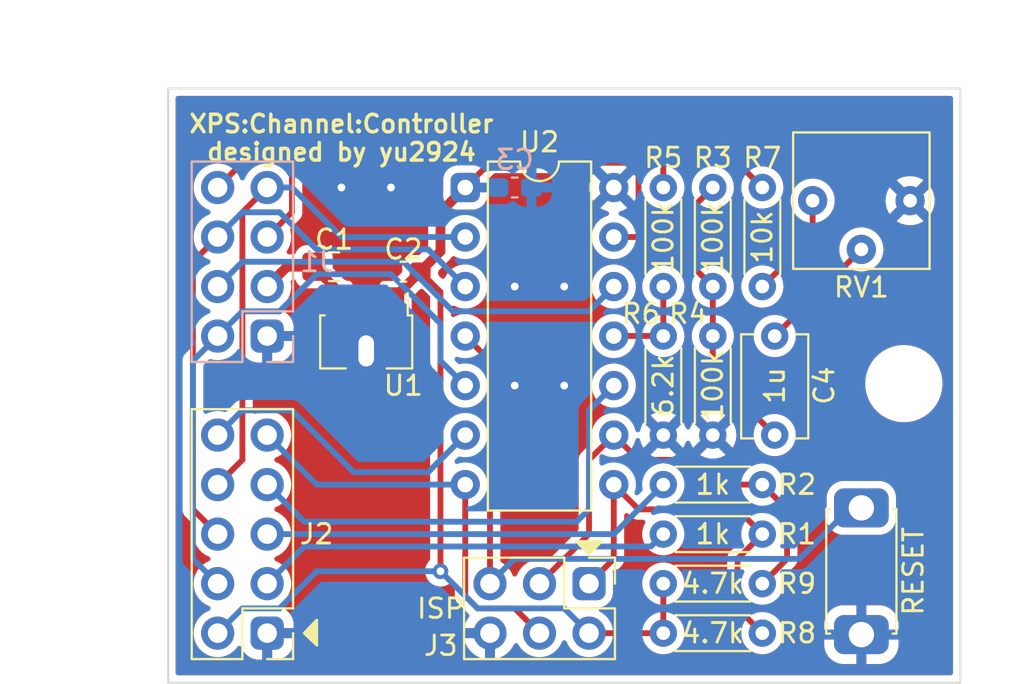
<source format=kicad_pcb>
(kicad_pcb (version 20211014) (generator pcbnew)
  (title_block (title "XPS:Channel:Controller") (company "yu2924"))
  (layers (0 "F.Cu" signal) (31 "B.Cu" signal) (34 "B.Paste" user) (35 "F.Paste" user) (36 "B.SilkS" user "B.Silkscreen") (37 "F.SilkS" user "F.Silkscreen") (38 "B.Mask" user) (39 "F.Mask" user) (44 "Edge.Cuts" user))
  (net 0 "")
  (net 1 "V11")
  (net 2 "GND")
  (net 3 "+3V3")
  (net 4 "Net-(C4-Pad1)")
  (net 5 "Net-(C4-Pad2)")
  (net 6 "~{XPM}")
  (net 7 "XPC")
  (net 8 "V22")
  (net 9 "HVC")
  (net 10 "TGC")
  (net 11 "ALM")
  (net 12 "NLD")
  (net 13 "PLD")
  (net 14 "~{HVS}")
  (net 15 "~{XPS}")
  (net 16 "~{TGS}")
  (net 17 "Net-(J3-Pad1)")
  (net 18 "Net-(J3-Pad3)")
  (net 19 "Net-(J3-Pad5)")
  (net 20 "Net-(R5-Pad2)")
  (net 21 "Net-(R7-Pad2)")
  (footprint "Local:R-THT-Axial-Horz-P5.08mm" (layer "F.Cu") (at 55.4 37.62 -90)
    (fp_text reference "R5" (at -4.064 0) (layer "F.SilkS"))
    (fp_text value "100k" (at 0 0 -90) (layer "F.SilkS"))
    (fp_line (start -1.92 0.92) (end 1.92 0.92) (layer "F.SilkS") (width 0.12))
    (fp_line (start -1.92 -0.92) (end 1.92 -0.92) (layer "F.SilkS") (width 0.12))
    (pad "1" thru_hole circle (at -2.54 0 270) (size 1.4 1.4) (drill 0.7) (layers *.Cu *.Mask) (net 8 "V22"))
    (pad "2" thru_hole circle (at 2.54 0 270) (size 1.4 1.4) (drill 0.7) (layers *.Cu *.Mask) (net 20 "Net-(R5-Pad2)"))
  )
  (footprint "Local:R-THT-Axial-Horz-P5.08mm" (layer "F.Cu") (at 57.94 37.62 -90)
    (fp_text reference "R3" (at -4.064 0) (layer "F.SilkS"))
    (fp_text value "100k" (at 0 0 -90) (layer "F.SilkS"))
    (fp_line (start -1.92 0.92) (end 1.92 0.92) (layer "F.SilkS") (width 0.12))
    (fp_line (start -1.92 -0.92) (end 1.92 -0.92) (layer "F.SilkS") (width 0.12))
    (pad "1" thru_hole circle (at -2.54 0 270) (size 1.4 1.4) (drill 0.7) (layers *.Cu *.Mask) (net 3 "+3V3"))
    (pad "2" thru_hole circle (at 2.54 0 270) (size 1.4 1.4) (drill 0.7) (layers *.Cu *.Mask) (net 4 "Net-(C4-Pad1)"))
  )
  (footprint "Local:R-THT-Axial-Horz-P5.08mm" (layer "F.Cu") (at 55.4 45.24 -90)
    (fp_text reference "R6" (at -3.683 1.143) (layer "F.SilkS"))
    (fp_text value "6.2k" (at 0 0 -90) (layer "F.SilkS"))
    (fp_line (start -1.92 -0.92) (end 1.92 -0.92) (layer "F.SilkS") (width 0.12))
    (fp_line (start -1.92 0.92) (end 1.92 0.92) (layer "F.SilkS") (width 0.12))
    (pad "1" thru_hole circle (at -2.54 0 270) (size 1.4 1.4) (drill 0.7) (layers *.Cu *.Mask) (net 20 "Net-(R5-Pad2)"))
    (pad "2" thru_hole circle (at 2.54 0 270) (size 1.4 1.4) (drill 0.7) (layers *.Cu *.Mask) (net 2 "GND"))
  )
  (footprint "Local:R-THT-Axial-Horz-P5.08mm" (layer "F.Cu") (at 60.48 37.62 -90)
    (fp_text reference "R7" (at -4.064 0 180) (layer "F.SilkS"))
    (fp_text value "10k" (at 0 0 90) (layer "F.SilkS"))
    (fp_line (start -1.92 -0.92) (end 1.92 -0.92) (layer "F.SilkS") (width 0.12))
    (fp_line (start -1.92 0.92) (end 1.92 0.92) (layer "F.SilkS") (width 0.12))
    (pad "1" thru_hole circle (at -2.54 0 270) (size 1.4 1.4) (drill 0.7) (layers *.Cu *.Mask) (net 11 "ALM"))
    (pad "2" thru_hole circle (at 2.54 0 270) (size 1.4 1.4) (drill 0.7) (layers *.Cu *.Mask) (net 21 "Net-(R7-Pad2)"))
  )
  (footprint "Local:R-THT-Axial-Horz-P5.08mm" (layer "F.Cu") (at 57.94 52.86 180)
    (fp_text reference "R1" (at -4.318 0 180) (layer "F.SilkS"))
    (fp_text value "1k" (at 0 0 180) (layer "F.SilkS"))
    (fp_line (start -1.92 0.92) (end 1.92 0.92) (layer "F.SilkS") (width 0.12))
    (fp_line (start -1.92 -0.92) (end 1.92 -0.92) (layer "F.SilkS") (width 0.12))
    (pad "1" thru_hole circle (at -2.54 0 180) (size 1.4 1.4) (drill 0.7) (layers *.Cu *.Mask) (net 17 "Net-(J3-Pad1)"))
    (pad "2" thru_hole circle (at 2.54 0 180) (size 1.4 1.4) (drill 0.7) (layers *.Cu *.Mask) (net 14 "~{HVS}"))
  )
  (footprint "Capacitor_SMD:C_0805_2012Metric_Pad1.18x1.45mm_HandSolder" (layer "F.Cu") (at 38.509 39.144)
    (fp_text reference "C1" (at 0 -1.397) (layer "F.SilkS"))
    (fp_text value "330n")
    (fp_line (start -0.261252 -0.735) (end 0.261252 -0.735) (layer "F.SilkS") (width 0.12))
    (fp_line (start -0.261252 0.735) (end 0.261252 0.735) (layer "F.SilkS") (width 0.12))
    (pad "1" smd roundrect locked (at -1.0375 0) (size 1.175 1.45) (layers "F.Cu" "F.Paste" "F.Mask") (roundrect_rratio 0.2127659574) (net 1 "V11"))
    (pad "2" smd roundrect locked (at 1.0375 0) (size 1.175 1.45) (layers "F.Cu" "F.Paste" "F.Mask") (roundrect_rratio 0.2127659574) (net 2 "GND"))
  )
  (footprint "MountingHole:MountingHole_3.2mm_M3" (layer "F.Cu") (at 67.74 45.14)
    (fp_text reference "REF**" hide)
    (fp_text value "MountingHole_3.2mm_M3" hide)
    (pad "" np_thru_hole circle (at 0 0) (size 3.2 3.2) (drill 3.2) (layers *.Cu *.Mask))
  )
  (footprint "Local:R-THT-Axial-Horz-P5.08mm" (layer "F.Cu") (at 57.94 57.94)
    (fp_text reference "R8" (at 4.318 0) (layer "F.SilkS"))
    (fp_text value "4.7k" (at 0 0) (layer "F.SilkS"))
    (fp_line (start -1.92 -0.92) (end 1.92 -0.92) (layer "F.SilkS") (width 0.12))
    (fp_line (start -1.92 0.92) (end 1.92 0.92) (layer "F.SilkS") (width 0.12))
    (pad "1" thru_hole circle (at -2.54 0) (size 1.4 1.4) (drill 0.7) (layers *.Cu *.Mask) (net 3 "+3V3"))
    (pad "2" thru_hole circle (at 2.54 0) (size 1.4 1.4) (drill 0.7) (layers *.Cu *.Mask) (net 17 "Net-(J3-Pad1)"))
  )
  (footprint "Capacitor_SMD:C_0603_1608Metric_Pad1.08x0.95mm_HandSolder" (layer "F.Cu") (at 42.065 39.398 180)
    (fp_text reference "C2" (at 0 1.143) (layer "F.SilkS"))
    (fp_text value "100n")
    (fp_line (start -0.146267 0.51) (end 0.146267 0.51) (layer "F.SilkS") (width 0.12))
    (fp_line (start -0.146267 -0.51) (end 0.146267 -0.51) (layer "F.SilkS") (width 0.12))
    (pad "1" smd roundrect locked (at -0.8625 0 180) (size 1.075 0.95) (layers "F.Cu" "F.Paste" "F.Mask") (net 3 "+3V3"))
    (pad "2" smd roundrect locked (at 0.8625 0 180) (size 1.075 0.95) (layers "F.Cu" "F.Paste" "F.Mask") (net 2 "GND"))
  )
  (footprint "Local:PinHeader-2x05-P2.54mm-Vertical" (layer "F.Cu") (at 35.08 57.94 180)
    (fp_text reference "J2" (at -2.535 5.08 180) (layer "F.SilkS"))
    (fp_text value "CTRL-CPL")
    (fp_line (start 1.27 -1.33) (end 3.87 -1.33) (layer "F.SilkS") (width 0.12))
    (fp_line (start -1.33 11.49) (end 3.87 11.49) (layer "F.SilkS") (width 0.12))
    (fp_line (start -1.33 -1.33) (end 0 -1.33) (layer "F.SilkS") (width 0.12))
    (fp_line (start -1.33 1.27) (end -1.33 11.49) (layer "F.SilkS") (width 0.12))
    (fp_line (start -1.33 1.27) (end 1.27 1.27) (layer "F.SilkS") (width 0.12))
    (fp_line (start 1.27 1.27) (end 1.27 -1.33) (layer "F.SilkS") (width 0.12))
    (fp_line (start 3.87 -1.33) (end 3.87 11.49) (layer "F.SilkS") (width 0.12))
    (fp_line (start -1.33 0) (end -1.33 -1.33) (layer "F.SilkS") (width 0.12))
    (pad "1" thru_hole roundrect (at 0 0 180) (size 1.7 1.7) (drill 1) (layers *.Cu *.Mask) (net 2 "GND"))
    (pad "2" thru_hole oval (at 2.54 0 180) (size 1.7 1.7) (drill 1) (layers *.Cu *.Mask) (net 3 "+3V3"))
    (pad "3" thru_hole oval (at 0 2.54 180) (size 1.7 1.7) (drill 1) (layers *.Cu *.Mask) (net 14 "~{HVS}"))
    (pad "4" thru_hole oval (at 2.54 2.54 180) (size 1.7 1.7) (drill 1) (layers *.Cu *.Mask) (net 9 "HVC"))
    (pad "5" thru_hole oval (at 0 5.08 180) (size 1.7 1.7) (drill 1) (layers *.Cu *.Mask) (net 15 "~{XPS}"))
    (pad "6" thru_hole oval (at 2.54 5.08 180) (size 1.7 1.7) (drill 1) (layers *.Cu *.Mask) (net 7 "XPC"))
    (pad "7" thru_hole oval (at 0 7.62 180) (size 1.7 1.7) (drill 1) (layers *.Cu *.Mask) (net 16 "~{TGS}"))
    (pad "8" thru_hole oval (at 2.54 7.62 180) (size 1.7 1.7) (drill 1) (layers *.Cu *.Mask) (net 10 "TGC"))
    (pad "9" thru_hole oval (at 0 10.16 180) (size 1.7 1.7) (drill 1) (layers *.Cu *.Mask) (net 12 "NLD"))
    (pad "10" thru_hole oval (at 2.54 10.16 180) (size 1.7 1.7) (drill 1) (layers *.Cu *.Mask) (net 13 "PLD"))
  )
  (footprint "Local:SW-Tactile-2P" (layer "F.Cu") (at 65.56 54.765 90)
    (fp_text reference "SW1" hide)
    (fp_text value "RESET" (at 0 2.667 90 unlocked) (layer "F.SilkS"))
    (fp_line (start -3.2 -1.8) (end 3.2 -1.8) (layer "F.SilkS") (width 0.12))
    (fp_line (start -3.2 -1.6) (end -3.2 -1.8) (layer "F.SilkS") (width 0.12))
    (fp_line (start -3.2 1.8) (end 3.2 1.8) (layer "F.SilkS") (width 0.12))
    (fp_line (start 3.2 1.8) (end 3.2 1.6) (layer "F.SilkS") (width 0.12))
    (fp_line (start 3.2 -1.8) (end 3.2 -1.6) (layer "F.SilkS") (width 0.12))
    (fp_line (start -3.2 1.6) (end -3.2 1.8) (layer "F.SilkS") (width 0.12))
    (pad "1" thru_hole roundrect (at -3.25 0 90) (size 2 2.8) (drill 1.3) (layers *.Cu *.Mask) (net 2 "GND"))
    (pad "2" thru_hole roundrect (at 3.25 0 90) (size 2 2.8) (drill 1.3) (layers *.Cu *.Mask) (net 19 "Net-(J3-Pad5)"))
  )
  (footprint "Local:C-THT-Disk-P5.08mm-Large" (layer "F.Cu") (at 61.115 45.24 90)
    (fp_text reference "C4" (at 0 2.54 90) (layer "F.SilkS"))
    (fp_text value "1u" (at 0 0 90) (layer "F.SilkS"))
    (fp_line (start -2.71 -1.721) (end -2.71 -1.055) (layer "F.SilkS") (width 0.12))
    (fp_line (start -2.71 -1.721) (end 2.63 -1.721) (layer "F.SilkS") (width 0.12))
    (fp_line (start -2.71 1.055) (end -2.71 1.721) (layer "F.SilkS") (width 0.12))
    (fp_line (start 2.63 -1.721) (end 2.63 -1.055) (layer "F.SilkS") (width 0.12))
    (fp_line (start -2.71 1.721) (end 2.63 1.721) (layer "F.SilkS") (width 0.12))
    (fp_line (start 2.63 1.055) (end 2.63 1.721) (layer "F.SilkS") (width 0.12))
    (pad "1" thru_hole circle (at -2.54 0 90) (size 1.4 1.4) (drill 0.7) (layers *.Cu *.Mask) (net 4 "Net-(C4-Pad1)"))
    (pad "2" thru_hole circle (at 2.54 0 90) (size 1.4 1.4) (drill 0.7) (layers *.Cu *.Mask) (net 5 "Net-(C4-Pad2)"))
  )
  (footprint "Local:TOCOS-GF063P1" (layer "F.Cu") (at 65.56 35.755 180)
    (fp_text reference "RV1" (at 0 -4.445 unlocked) (layer "F.SilkS"))
    (fp_text value "10k")
    (fp_rect (start -3.5 -3.5) (end 3.5 3.5) (layer "F.SilkS") (width 0.12) (fill none))
    (pad "1" thru_hole circle (at -2.5 0 180) (size 1.5 1.5) (drill 0.7) (layers *.Cu *.Mask) (net 2 "GND"))
    (pad "2" thru_hole circle (at 0 -2.5 180) (size 1.5 1.5) (drill 0.7) (layers *.Cu *.Mask) (net 5 "Net-(C4-Pad2)"))
    (pad "3" thru_hole circle (at 2.5 0 270) (size 1.5 1.5) (drill 0.7) (layers *.Cu *.Mask) (net 21 "Net-(R7-Pad2)"))
  )
  (footprint "Local:R-THT-Axial-Horz-P5.08mm" (layer "F.Cu") (at 57.94 55.4)
    (fp_text reference "R9" (at 4.318 0) (layer "F.SilkS"))
    (fp_text value "4.7k" (at 0 0) (layer "F.SilkS"))
    (fp_line (start -1.92 0.92) (end 1.92 0.92) (layer "F.SilkS") (width 0.12))
    (fp_line (start -1.92 -0.92) (end 1.92 -0.92) (layer "F.SilkS") (width 0.12))
    (pad "1" thru_hole circle (at -2.54 0) (size 1.4 1.4) (drill 0.7) (layers *.Cu *.Mask) (net 3 "+3V3"))
    (pad "2" thru_hole circle (at 2.54 0) (size 1.4 1.4) (drill 0.7) (layers *.Cu *.Mask) (net 18 "Net-(J3-Pad3)"))
  )
  (footprint "Local:ThermalViaPad-SOT-89" (layer "F.Cu") (at 40.16 43.462 90)
    (fp_text reference "TVP" hide)
    (fp_text value "ThermalViaPad-SOT-89" hide)
    (pad "1" smd rect (at 0 0 90) (size 3.2 1.7) (layers "F.Cu" "F.Paste" "F.Mask") (net 2 "GND"))
    (pad "1" thru_hole oval (at 0 0 90) (size 2 1.2) (drill oval 1.6 0.8) (layers *.Cu *.Mask) (net 2 "GND"))
    (pad "1" smd rect (at 0 0 90) (size 3.2 1.7) (layers "B.Cu" "B.Paste" "B.Mask") (net 2 "GND"))
  )
  (footprint "Local:R-THT-Axial-Horz-P5.08mm" (layer "F.Cu") (at 57.94 50.32 180)
    (fp_text reference "R2" (at -4.318 0 180) (layer "F.SilkS"))
    (fp_text value "1k" (at 0 0 180) (layer "F.SilkS"))
    (fp_line (start -1.92 0.92) (end 1.92 0.92) (layer "F.SilkS") (width 0.12))
    (fp_line (start -1.92 -0.92) (end 1.92 -0.92) (layer "F.SilkS") (width 0.12))
    (pad "1" thru_hole circle (at -2.54 0 180) (size 1.4 1.4) (drill 0.7) (layers *.Cu *.Mask) (net 18 "Net-(J3-Pad3)"))
    (pad "2" thru_hole circle (at 2.54 0 180) (size 1.4 1.4) (drill 0.7) (layers *.Cu *.Mask) (net 15 "~{XPS}"))
  )
  (footprint "Local:PinHeader-2x03-P2.54mm-Vertical" (layer "F.Cu") (at 51.59 55.4 -90)
    (fp_text reference "J3" (at 3.18 7.605) (layer "F.SilkS"))
    (fp_text value "ISP" (at 1.275 7.605) (layer "F.SilkS"))
    (fp_line (start -1.33 1.27) (end 1.27 1.27) (layer "F.SilkS") (width 0.12))
    (fp_line (start -1.33 0) (end -1.33 -1.33) (layer "F.SilkS") (width 0.12))
    (fp_line (start -1.33 6.41) (end 3.87 6.41) (layer "F.SilkS") (width 0.12))
    (fp_line (start 3.87 -1.33) (end 3.87 6.41) (layer "F.SilkS") (width 0.12))
    (fp_line (start -1.33 1.27) (end -1.33 6.41) (layer "F.SilkS") (width 0.12))
    (fp_line (start 1.27 -1.33) (end 3.87 -1.33) (layer "F.SilkS") (width 0.12))
    (fp_line (start 1.27 1.27) (end 1.27 -1.33) (layer "F.SilkS") (width 0.12))
    (fp_line (start -1.33 -1.33) (end 0 -1.33) (layer "F.SilkS") (width 0.12))
    (pad "1" thru_hole roundrect (at 0 0 270) (size 1.7 1.7) (drill 1) (layers *.Cu *.Mask) (net 17 "Net-(J3-Pad1)"))
    (pad "2" thru_hole oval (at 2.54 0 270) (size 1.7 1.7) (drill 1) (layers *.Cu *.Mask) (net 3 "+3V3"))
    (pad "3" thru_hole oval (at 0 2.54 270) (size 1.7 1.7) (drill 1) (layers *.Cu *.Mask) (net 18 "Net-(J3-Pad3)"))
    (pad "4" thru_hole oval (at 2.54 2.54 270) (size 1.7 1.7) (drill 1) (layers *.Cu *.Mask) (net 12 "NLD"))
    (pad "5" thru_hole oval (at 0 5.08 270) (size 1.7 1.7) (drill 1) (layers *.Cu *.Mask) (net 19 "Net-(J3-Pad5)"))
    (pad "6" thru_hole oval (at 2.54 5.08 270) (size 1.7 1.7) (drill 1) (layers *.Cu *.Mask) (net 2 "GND"))
  )
  (footprint "Local:DIP-14-W7.62mm" (layer "F.Cu") (at 49.05 42.7)
    (fp_text reference "U2" (at 0 -9.95) (layer "F.SilkS"))
    (fp_text value "ATTINY44A-PU")
    (fp_line (start -1 -8.95) (end -2.65 -8.95) (layer "F.SilkS") (width 0.12))
    (fp_line (start 2.65 8.95) (end 2.65 -8.95) (layer "F.SilkS") (width 0.12))
    (fp_line (start 2.65 -8.95) (end 1 -8.95) (layer "F.SilkS") (width 0.12))
    (fp_line (start -2.65 8.95) (end 2.65 8.95) (layer "F.SilkS") (width 0.12))
    (fp_line (start -2.65 -8.95) (end -2.65 8.95) (layer "F.SilkS") (width 0.12))
    (fp_arc (start 1 -8.95) (mid 0 -7.95) (end -1 -8.95) (layer "F.SilkS") (width 0.12))
    (pad "1" thru_hole roundrect (at -3.81 -7.62) (size 1.5 1.5) (drill 0.8) (layers *.Cu *.Mask) (net 3 "+3V3"))
    (pad "2" thru_hole circle (at -3.81 -5.08) (size 1.5 1.5) (drill 0.8) (layers *.Cu *.Mask) (net 10 "TGC"))
    (pad "3" thru_hole circle (at -3.81 -2.54) (size 1.5 1.5) (drill 0.8) (layers *.Cu *.Mask) (net 7 "XPC"))
    (pad "4" thru_hole circle (at -3.81 0) (size 1.5 1.5) (drill 0.8) (layers *.Cu *.Mask) (net 19 "Net-(J3-Pad5)"))
    (pad "5" thru_hole circle (at -3.81 2.54) (size 1.5 1.5) (drill 0.8) (layers *.Cu *.Mask) (net 9 "HVC"))
    (pad "6" thru_hole circle (at -3.81 5.08) (size 1.5 1.5) (drill 0.8) (layers *.Cu *.Mask) (net 13 "PLD"))
    (pad "7" thru_hole circle (at -3.81 7.62) (size 1.5 1.5) (drill 0.8) (layers *.Cu *.Mask) (net 12 "NLD"))
    (pad "8" thru_hole circle (at 3.81 7.62) (size 1.5 1.5) (drill 0.8) (layers *.Cu *.Mask) (net 17 "Net-(J3-Pad1)"))
    (pad "9" thru_hole circle (at 3.81 5.08) (size 1.5 1.5) (drill 0.8) (layers *.Cu *.Mask) (net 18 "Net-(J3-Pad3)"))
    (pad "10" thru_hole circle (at 3.81 2.54) (size 1.5 1.5) (drill 0.8) (layers *.Cu *.Mask) (net 16 "~{TGS}"))
    (pad "11" thru_hole circle (at 3.81 0) (size 1.5 1.5) (drill 0.8) (layers *.Cu *.Mask) (net 20 "Net-(R5-Pad2)"))
    (pad "12" thru_hole circle (at 3.81 -2.54) (size 1.5 1.5) (drill 0.8) (layers *.Cu *.Mask) (net 6 "~{XPM}"))
    (pad "13" thru_hole circle (at 3.81 -5.08) (size 1.5 1.5) (drill 0.8) (layers *.Cu *.Mask) (net 4 "Net-(C4-Pad1)"))
    (pad "14" thru_hole circle (at 3.81 -7.62) (size 1.5 1.5) (drill 0.8) (layers *.Cu *.Mask) (net 2 "GND"))
  )
  (footprint "Local:SOT-89-3" (layer "F.Cu") (at 40.16 42.7 -90)
    (fp_text reference "U1" (at 2.54 -1.905) (layer "F.SilkS"))
    (fp_text value "L78L33_SOT89")
    (fp_line (start -1.06 2.36) (end -1.06 2.13) (layer "F.SilkS") (width 0.12))
    (fp_line (start -1.06 -2.36) (end -1.06 -2.13) (layer "F.SilkS") (width 0.12))
    (fp_line (start 1.66 1.05) (end 1.66 2.36) (layer "F.SilkS") (width 0.12))
    (fp_line (start 1.66 -2.36) (end 1.66 -1.05) (layer "F.SilkS") (width 0.12))
    (fp_line (start -1.06 -2.36) (end 1.66 -2.36) (layer "F.SilkS") (width 0.12))
    (fp_line (start -2.2 -2.13) (end -1.06 -2.13) (layer "F.SilkS") (width 0.12))
    (fp_line (start 1.66 2.36) (end -1.06 2.36) (layer "F.SilkS") (width 0.12))
    (pad "1" smd rect (at -1.75 -1.5 270) (size 1.5 0.9) (layers "F.Cu" "F.Paste" "F.Mask") (net 3 "+3V3"))
    (pad "2" smd custom (at -1.5625 0 270) (size 1.8 0.9) (layers "F.Cu" "F.Paste" "F.Mask") (net 2 "GND") (options (clearance outline) (anchor rect)) (primitives (gr_poly (pts (xy 4 0.8665) (xy 0.7375 0.8665) (xy 0.7375 -0.8665) (xy 4 -0.8665)) (width 0) (fill yes))))
    (pad "3" smd rect (at -1.75 1.5 270) (size 1.5 0.9) (layers "F.Cu" "F.Paste" "F.Mask") (net 1 "V11"))
  )
  (footprint "Local:R-THT-Axial-Horz-P5.08mm" (layer "F.Cu") (at 57.94 45.24 -90)
    (fp_text reference "R4" (at -3.683 1.27) (layer "F.SilkS"))
    (fp_text value "100k" (at 0 0 -90) (layer "F.SilkS"))
    (fp_line (start -1.92 -0.92) (end 1.92 -0.92) (layer "F.SilkS") (width 0.12))
    (fp_line (start -1.92 0.92) (end 1.92 0.92) (layer "F.SilkS") (width 0.12))
    (pad "1" thru_hole circle (at -2.54 0 270) (size 1.4 1.4) (drill 0.7) (layers *.Cu *.Mask) (net 4 "Net-(C4-Pad1)"))
    (pad "2" thru_hole circle (at 2.54 0 270) (size 1.4 1.4) (drill 0.7) (layers *.Cu *.Mask) (net 2 "GND"))
  )
  (footprint "Capacitor_SMD:C_0603_1608Metric_Pad1.08x0.95mm_HandSolder" (layer "B.Cu") (at 47.78 35.08 180)
    (fp_text reference "C3" (at 0 1.43) (layer "B.SilkS") (effects (justify mirror)))
    (fp_text value "100n")
    (fp_line (start -0.146267 -0.51) (end 0.146267 -0.51) (layer "B.SilkS") (width 0.12))
    (fp_line (start -0.146267 0.51) (end 0.146267 0.51) (layer "B.SilkS") (width 0.12))
    (pad "1" smd roundrect locked (at -0.8625 0 180) (size 1.075 0.95) (layers "B.Cu" "B.Paste" "B.Mask") (net 2 "GND"))
    (pad "2" smd roundrect locked (at 0.8625 0 180) (size 1.075 0.95) (layers "B.Cu" "B.Paste" "B.Mask") (net 3 "+3V3"))
  )
  (footprint "Local:PinSocket-2x04-P2.54mm-Vertical" (layer "B.Cu") (at 35.08 42.7)
    (fp_text reference "J1" (at 2.5575 -3.8 180) (layer "B.SilkS") (effects (justify mirror)))
    (fp_text value "CH-CTRL")
    (fp_line (start -3.87 1.33) (end -1.27 1.33) (layer "B.SilkS") (width 0.12))
    (fp_line (start -1.27 -1.27) (end 1.33 -1.27) (layer "B.SilkS") (width 0.12))
    (fp_line (start -3.87 -8.95) (end 1.33 -8.95) (layer "B.SilkS") (width 0.12))
    (fp_line (start 1.33 1.33) (end 1.33 0) (layer "B.SilkS") (width 0.12))
    (fp_line (start 0 1.33) (end 1.33 1.33) (layer "B.SilkS") (width 0.12))
    (fp_line (start -3.87 1.33) (end -3.87 -8.95) (layer "B.SilkS") (width 0.12))
    (fp_line (start -1.27 1.33) (end -1.27 -1.27) (layer "B.SilkS") (width 0.12))
    (fp_line (start 1.33 -1.27) (end 1.33 -8.95) (layer "B.SilkS") (width 0.12))
    (pad "1" thru_hole roundrect (at 0 0) (size 1.7 1.7) (drill 1) (layers *.Cu *.Mask) (net 2 "GND"))
    (pad "2" thru_hole oval (at -2.54 0) (size 1.7 1.7) (drill 1) (layers *.Cu *.Mask) (net 9 "HVC"))
    (pad "3" thru_hole oval (at 0 -2.54) (size 1.7 1.7) (drill 1) (layers *.Cu *.Mask) (net 1 "V11"))
    (pad "4" thru_hole oval (at -2.54 -2.54) (size 1.7 1.7) (drill 1) (layers *.Cu *.Mask) (net 6 "~{XPM}"))
    (pad "5" thru_hole oval (at 0 -5.08) (size 1.7 1.7) (drill 1) (layers *.Cu *.Mask) (net 8 "V22"))
    (pad "6" thru_hole oval (at -2.54 -5.08) (size 1.7 1.7) (drill 1) (layers *.Cu *.Mask) (net 7 "XPC"))
    (pad "7" thru_hole oval (at 0 -7.62) (size 1.7 1.7) (drill 1) (layers *.Cu *.Mask) (net 10 "TGC"))
    (pad "8" thru_hole oval (at -2.54 -7.62) (size 1.7 1.7) (drill 1) (layers *.Cu *.Mask) (net 11 "ALM"))
  )
  (gr_poly (pts (xy 37.62 58.545) (xy 36.985 57.94) (xy 37.62 57.275)) (layer "F.SilkS") (width 0.15) (fill solid))
  (gr_poly (pts (xy 51.59 53.876) (xy 50.955 53.241) (xy 52.225 53.241)) (layer "F.SilkS") (width 0.15) (fill solid))
  (gr_rect (start 30 30) (end 70.64 60.48) (layer "Edge.Cuts") (width 0.1) (fill none))
  (gr_text "XPS:Channel:Controller\ndesigned by yu2924" (at 38.89 32.54) (layer "F.SilkS") (effects (font (size 0.9 0.9) (thickness 0.18))))
  (segment (start 36.096 39.144) (end 35.08 40.16) (width 0.5) (layer "F.Cu") (net 1))
  (segment (start 38.66 40.95) (end 38.66 40.3325) (width 0.5) (layer "F.Cu") (net 1))
  (segment (start 38.66 40.3325) (end 37.4715 39.144) (width 0.5) (layer "F.Cu") (net 1))
  (segment (start 37.4715 39.144) (end 36.096 39.144) (width 0.5) (layer "F.Cu") (net 1))
  (via (at 41.43 35.08) (size 0.8) (drill 0.4) (layers "F.Cu" "B.Cu") (net 2))
  (via (at 50.32 40.16) (size 0.8) (drill 0.4) (layers "F.Cu" "B.Cu") (net 2))
  (via (at 47.78 45.24) (size 0.8) (drill 0.4) (layers "F.Cu" "B.Cu") (net 2))
  (via (at 47.78 40.16) (size 0.8) (drill 0.4) (layers "F.Cu" "B.Cu") (net 2))
  (via (at 50.32 45.24) (size 0.8) (drill 0.4) (layers "F.Cu" "B.Cu") (net 2))
  (via (at 38.89 35.08) (size 0.8) (drill 0.4) (layers "F.Cu" "B.Cu") (net 2))
  (segment (start 45.24 35.08) (end 46.51 33.81) (width 0.3) (layer "F.Cu") (net 3))
  (segment (start 45.24 35.08) (end 43.97 36.35) (width 0.5) (layer "F.Cu") (net 3))
  (segment (start 55.4 55.4) (end 55.4 57.94) (width 0.3) (layer "F.Cu") (net 3))
  (segment (start 54.765 36.35) (end 56.67 36.35) (width 0.3) (layer "F.Cu") (net 3))
  (segment (start 53.495 33.81) (end 46.51 33.81) (width 0.3) (layer "F.Cu") (net 3))
  (segment (start 54.13 35.715) (end 54.765 36.35) (width 0.3) (layer "F.Cu") (net 3))
  (segment (start 43.97 38.3555) (end 42.9275 39.398) (width 0.5) (layer "F.Cu") (net 3))
  (segment (start 43.97 36.35) (end 43.97 38.3555) (width 0.5) (layer "F.Cu") (net 3))
  (segment (start 41.66 40.95) (end 41.66 40.6655) (width 0.5) (layer "F.Cu") (net 3))
  (segment (start 43.97 54.765) (end 43.97 40.4405) (width 0.3) (layer "F.Cu") (net 3))
  (segment (start 41.66 40.6655) (end 42.9275 39.398) (width 0.5) (layer "F.Cu") (net 3))
  (segment (start 54.13 34.445) (end 54.13 35.715) (width 0.3) (layer "F.Cu") (net 3))
  (segment (start 51.59 57.94) (end 55.4 57.94) (width 0.3) (layer "F.Cu") (net 3))
  (segment (start 56.67 36.35) (end 57.94 35.08) (width 0.3) (layer "F.Cu") (net 3))
  (segment (start 53.495 33.81) (end 54.13 34.445) (width 0.3) (layer "F.Cu") (net 3))
  (segment (start 43.97 40.4405) (end 42.9275 39.398) (width 0.3) (layer "F.Cu") (net 3))
  (via (at 43.97 54.765) (size 0.8) (drill 0.4) (layers "F.Cu" "B.Cu") (net 3))
  (segment (start 43.97 54.765) (end 45.875 56.67) (width 0.3) (layer "B.Cu") (net 3))
  (segment (start 33.81 56.67) (end 35.715 56.67) (width 0.3) (layer "B.Cu") (net 3))
  (segment (start 32.54 57.94) (end 33.81 56.67) (width 0.3) (layer "B.Cu") (net 3))
  (segment (start 43.97 54.765) (end 37.62 54.765) (width 0.3) (layer "B.Cu") (net 3))
  (segment (start 35.715 56.67) (end 37.62 54.765) (width 0.3) (layer "B.Cu") (net 3))
  (segment (start 50.32 56.67) (end 51.59 57.94) (width 0.3) (layer "B.Cu") (net 3))
  (segment (start 46.9175 35.08) (end 45.24 35.08) (width 0.5) (layer "B.Cu") (net 3))
  (segment (start 45.875 56.67) (end 50.32 56.67) (width 0.3) (layer "B.Cu") (net 3))
  (segment (start 55.4 37.62) (end 57.94 40.16) (width 0.3) (layer "F.Cu") (net 4))
  (segment (start 61.115 47.78) (end 57.94 44.605) (width 0.3) (layer "F.Cu") (net 4))
  (segment (start 57.94 44.605) (end 57.94 42.7) (width 0.3) (layer "F.Cu") (net 4))
  (segment (start 52.86 37.62) (end 55.4 37.62) (width 0.3) (layer "F.Cu") (net 4))
  (segment (start 57.94 42.7) (end 57.94 40.16) (width 0.3) (layer "F.Cu") (net 4))
  (segment (start 61.115 42.7) (end 65.56 38.255) (width 0.3) (layer "F.Cu") (net 5))
  (segment (start 44.605 41.43) (end 51.59 41.43) (width 0.3) (layer "B.Cu") (net 6))
  (segment (start 42.065 38.89) (end 44.605 41.43) (width 0.3) (layer "B.Cu") (net 6))
  (segment (start 33.81 38.89) (end 42.065 38.89) (width 0.3) (layer "B.Cu") (net 6))
  (segment (start 51.59 41.43) (end 52.86 40.16) (width 0.3) (layer "B.Cu") (net 6))
  (segment (start 32.54 40.16) (end 33.81 38.89) (width 0.3) (layer "B.Cu") (net 6))
  (segment (start 31.27 38.89) (end 31.27 51.59) (width 0.3) (layer "F.Cu") (net 7))
  (segment (start 32.54 37.62) (end 31.27 38.89) (width 0.3) (layer "F.Cu") (net 7))
  (segment (start 31.27 51.59) (end 32.54 52.86) (width 0.3) (layer "F.Cu") (net 7))
  (segment (start 45.24 40.16) (end 43.335 38.255) (width 0.3) (layer "B.Cu") (net 7))
  (segment (start 33.81 36.35) (end 35.715 36.35) (width 0.3) (layer "B.Cu") (net 7))
  (segment (start 35.715 36.35) (end 37.62 38.255) (width 0.3) (layer "B.Cu") (net 7))
  (segment (start 37.62 38.255) (end 43.335 38.255) (width 0.3) (layer "B.Cu") (net 7))
  (segment (start 32.54 37.62) (end 33.81 36.35) (width 0.3) (layer "B.Cu") (net 7))
  (segment (start 55.4 33.81) (end 54.765 33.175) (width 0.3) (layer "F.Cu") (net 8))
  (segment (start 36.35 36.35) (end 36.35 34.44) (width 0.3) (layer "F.Cu") (net 8))
  (segment (start 55.4 35.08) (end 55.4 33.81) (width 0.3) (layer "F.Cu") (net 8))
  (segment (start 54.765 33.175) (end 37.615 33.175) (width 0.3) (layer "F.Cu") (net 8))
  (segment (start 36.35 34.44) (end 37.615 33.175) (width 0.3) (layer "F.Cu") (net 8))
  (segment (start 35.08 37.62) (end 36.35 36.35) (width 0.3) (layer "F.Cu") (net 8))
  (segment (start 35.715 41.43) (end 37.62 39.525) (width 0.3) (layer "B.Cu") (net 9))
  (segment (start 32.54 42.7) (end 31.27 43.97) (width 0.3) (layer "B.Cu") (net 9))
  (segment (start 43.97 42.065) (end 43.97 43.97) (width 0.3) (layer "B.Cu") (net 9))
  (segment (start 41.43 39.525) (end 43.97 42.065) (width 0.3) (layer "B.Cu") (net 9))
  (segment (start 37.62 39.525) (end 41.43 39.525) (width 0.3) (layer "B.Cu") (net 9))
  (segment (start 32.54 42.7) (end 33.81 41.43) (width 0.3) (layer "B.Cu") (net 9))
  (segment (start 31.27 54.13) (end 32.54 55.4) (width 0.3) (layer "B.Cu") (net 9))
  (segment (start 33.81 41.43) (end 35.715 41.43) (width 0.3) (layer "B.Cu") (net 9))
  (segment (start 31.27 43.97) (end 31.27 54.13) (width 0.3) (layer "B.Cu") (net 9))
  (segment (start 43.97 43.97) (end 45.24 45.24) (width 0.3) (layer "B.Cu") (net 9))
  (segment (start 32.54 50.32) (end 33.81 49.05) (width 0.3) (layer "F.Cu") (net 10))
  (segment (start 33.81 49.05) (end 33.81 36.35) (width 0.3) (layer "F.Cu") (net 10))
  (segment (start 33.81 36.35) (end 35.08 35.08) (width 0.3) (layer "F.Cu") (net 10))
  (segment (start 35.08 35.08) (end 36.35 35.08) (width 0.3) (layer "B.Cu") (net 10))
  (segment (start 36.35 35.08) (end 38.89 37.62) (width 0.3) (layer "B.Cu") (net 10))
  (segment (start 38.89 37.62) (end 45.24 37.62) (width 0.3) (layer "B.Cu") (net 10))
  (segment (start 35.08 32.54) (end 57.94 32.54) (width 0.3) (layer "F.Cu") (net 11))
  (segment (start 57.94 32.54) (end 60.48 35.08) (width 0.3) (layer "F.Cu") (net 11))
  (segment (start 32.54 35.08) (end 35.08 32.54) (width 0.3) (layer "F.Cu") (net 11))
  (segment (start 47.78 56.67) (end 49.05 57.94) (width 0.3) (layer "F.Cu") (net 12))
  (segment (start 45.24 50.32) (end 45.24 56.035) (width 0.3) (layer "F.Cu") (net 12))
  (segment (start 45.875 56.67) (end 47.78 56.67) (width 0.3) (layer "F.Cu") (net 12))
  (segment (start 45.24 56.035) (end 45.875 56.67) (width 0.3) (layer "F.Cu") (net 12))
  (segment (start 45.24 50.32) (end 37.62 50.32) (width 0.3) (layer "B.Cu") (net 12))
  (segment (start 37.62 50.32) (end 35.08 47.78) (width 0.3) (layer "B.Cu") (net 12))
  (segment (start 36.35 46.51) (end 33.81 46.51) (width 0.3) (layer "B.Cu") (net 13))
  (segment (start 45.24 47.78) (end 43.335 49.685) (width 0.3) (layer "B.Cu") (net 13))
  (segment (start 33.81 46.51) (end 32.54 47.78) (width 0.3) (layer "B.Cu") (net 13))
  (segment (start 39.525 49.685) (end 36.35 46.51) (width 0.3) (layer "B.Cu") (net 13))
  (segment (start 43.335 49.685) (end 39.525 49.685) (width 0.3) (layer "B.Cu") (net 13))
  (segment (start 35.08 55.4) (end 36.985 53.495) (width 0.3) (layer "B.Cu") (net 14))
  (segment (start 36.985 53.495) (end 54.765 53.495) (width 0.3) (layer "B.Cu") (net 14))
  (segment (start 54.765 53.495) (end 55.4 52.86) (width 0.3) (layer "B.Cu") (net 14))
  (segment (start 52.86 52.86) (end 55.4 50.32) (width 0.3) (layer "B.Cu") (net 15))
  (segment (start 35.08 52.86) (end 52.86 52.86) (width 0.3) (layer "B.Cu") (net 15))
  (segment (start 36.985 52.225) (end 50.955 52.225) (width 0.3) (layer "B.Cu") (net 16))
  (segment (start 51.59 51.59) (end 51.59 46.51) (width 0.3) (layer "B.Cu") (net 16))
  (segment (start 35.08 50.32) (end 36.985 52.225) (width 0.3) (layer "B.Cu") (net 16))
  (segment (start 51.59 46.51) (end 52.86 45.24) (width 0.3) (layer "B.Cu") (net 16))
  (segment (start 50.955 52.225) (end 51.59 51.59) (width 0.3) (layer "B.Cu") (net 16))
  (segment (start 54.13 51.59) (end 59.21 51.59) (width 0.3) (layer "F.Cu") (net 17))
  (segment (start 60.48 57.94) (end 59.21 56.67) (width 0.3) (layer "F.Cu") (net 17))
  (segment (start 59.21 51.59) (end 60.48 52.86) (width 0.3) (layer "F.Cu") (net 17))
  (segment (start 59.21 54.13) (end 60.48 52.86) (width 0.3) (layer "F.Cu") (net 17))
  (segment (start 59.21 56.67) (end 59.21 54.13) (width 0.3) (layer "F.Cu") (net 17))
  (segment (start 52.86 50.32) (end 54.13 51.59) (width 0.3) (layer "F.Cu") (net 17))
  (segment (start 52.86 50.32) (end 52.86 54.13) (width 0.3) (layer "F.Cu") (net 17))
  (segment (start 52.86 54.13) (end 51.59 55.4) (width 0.3) (layer "F.Cu") (net 17))
  (segment (start 61.75 54.13) (end 61.75 51.59) (width 0.3) (layer "F.Cu") (net 18))
  (segment (start 60.48 55.4) (end 61.75 54.13) (width 0.3) (layer "F.Cu") (net 18))
  (segment (start 56.035 49.05) (end 57.305 50.32) (width 0.3) (layer "F.Cu") (net 18))
  (segment (start 51.59 49.05) (end 51.59 52.86) (width 0.3) (layer "F.Cu") (net 18))
  (segment (start 52.86 47.78) (end 51.59 49.05) (width 0.3) (layer "F.Cu") (net 18))
  (segment (start 57.305 50.32) (end 60.48 50.32) (width 0.3) (layer "F.Cu") (net 18))
  (segment (start 52.86 47.78) (end 54.13 49.05) (width 0.3) (layer "F.Cu") (net 18))
  (segment (start 51.59 52.86) (end 49.05 55.4) (width 0.3) (layer "F.Cu") (net 18))
  (segment (start 61.75 51.59) (end 60.48 50.32) (width 0.3) (layer "F.Cu") (net 18))
  (segment (start 54.13 49.05) (end 56.035 49.05) (width 0.3) (layer "F.Cu") (net 18))
  (segment (start 45.24 42.7) (end 46.51 43.97) (width 0.3) (layer "F.Cu") (net 19))
  (segment (start 46.51 43.97) (end 46.51 55.4) (width 0.3) (layer "F.Cu") (net 19))
  (segment (start 62.385 54.13) (end 47.76 54.13) (width 0.3) (layer "B.Cu") (net 19))
  (segment (start 65 51.515) (end 62.385 54.13) (width 0.3) (layer "B.Cu") (net 19))
  (segment (start 47.76 54.13) (end 46.495 55.395) (width 0.3) (layer "B.Cu") (net 19))
  (segment (start 65.56 51.515) (end 65 51.515) (width 0.3) (layer "B.Cu") (net 19))
  (segment (start 55.395 42.695) (end 55.4 42.7) (width 0.3) (layer "F.Cu") (net 20))
  (segment (start 55.4 40.16) (end 55.4 42.7) (width 0.3) (layer "F.Cu") (net 20))
  (segment (start 52.87 42.695) (end 55.395 42.695) (width 0.3) (layer "F.Cu") (net 20))
  (segment (start 63.06 37.58) (end 63.06 35.755) (width 0.3) (layer "F.Cu") (net 21))
  (segment (start 60.48 40.16) (end 63.06 37.58) (width 0.3) (layer "F.Cu") (net 21))
  (zone (net 2) (net_name "GND") (layers F&B.Cu) (connect_pads (clearance 0.381)) (min_thickness 0.254) (fill yes (thermal_gap 0.508) (thermal_bridge_width 0.508))
    (polygon (pts (xy 70.64 60.48) (xy 30 60.48) (xy 30 30) (xy 70.64 30)))
  )
)
</source>
